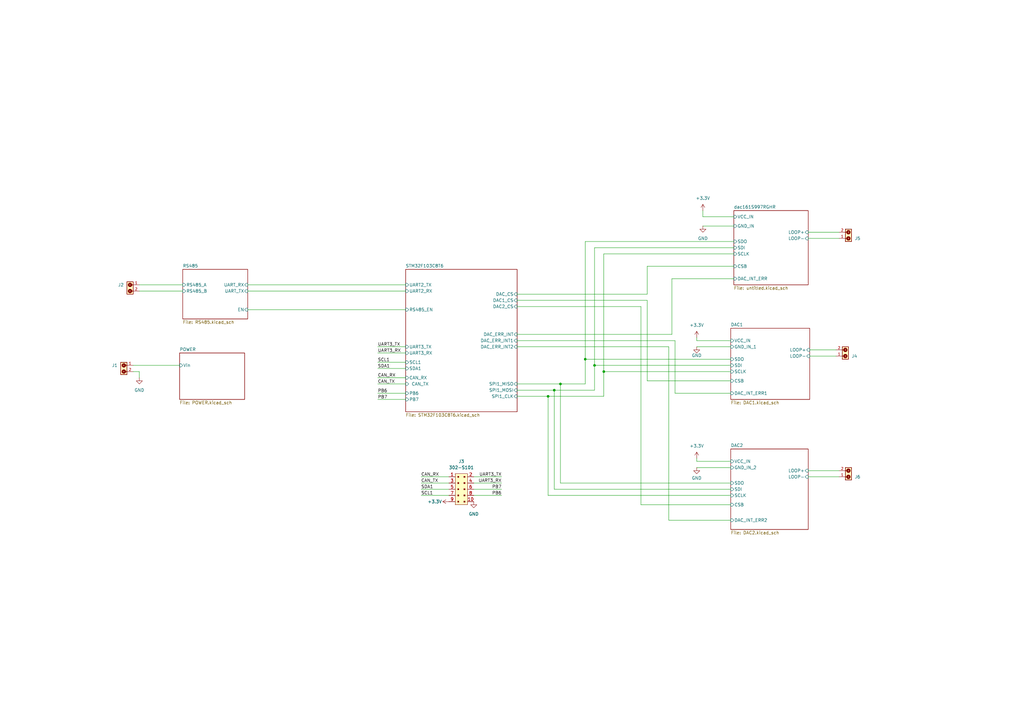
<source format=kicad_sch>
(kicad_sch (version 20231120) (generator "eeschema") (generator_version "8.0")
  (paper "A3")
  (title_block (company "Hidro Elektronik"))
  (lib_symbols
    (symbol "691322310002:691322310002" (pin_names (offset 1.016))
      (property "Reference" "J" (at -4.99 -1.205 0))
      (symbol "691322310002_0_0"
        (rectangle (start -3.81 -2.54) (end 1.27 0) (stroke (width 0.254)) (fill (type background)))
        (circle (center -2.54 -1.27) (radius 0.254) (stroke (width 0.635)))
        (circle (center 0 -1.27) (radius 0.254) (stroke (width 0.635)))
        (polyline (pts (xy -2.54 -1.27) (xy -2.54 -2.54)) (stroke (width 0.254)))
        (polyline (pts (xy 0 -1.27) (xy 0 -2.54)) (stroke (width 0.254)))
        (pin passive line (at -2.54 -5.08 90) (length 2.54) (name "~") (number "1"))
        (pin passive line (at 0 -5.08 90) (length 2.54) (name "~") (number "2"))
      )
    )
    (symbol "dk_Rectangular-Connectors-Headers-Male-Pins:302-S101" (pin_names (offset 1.016))
      (property "Reference" "J" (at -2.54 7.62 0))
      (property "Value" "302-S101" (at 0 -7.62 0))
      (symbol "302-S101_1_1"
        (rectangle (start -2.54 6.35) (end 2.54 -6.35) (fill (type background)))
        (rectangle (start -1.524 -4.826) (end -1.016 -5.334) (fill (type outline)))
        (rectangle (start -1.524 -2.286) (end -1.016 -2.794) (fill (type outline)))
        (rectangle (start -1.524 0.254) (end -1.016 -0.254) (fill (type outline)))
        (rectangle (start -1.524 2.794) (end -1.016 2.286) (fill (type outline)))
        (rectangle (start -1.524 5.334) (end -1.016 4.826) (fill (type outline)))
        (rectangle (start 1.016 -4.826) (end 1.524 -5.334) (fill (type outline)))
        (rectangle (start 1.016 -2.286) (end 1.524 -2.794) (fill (type outline)))
        (rectangle (start 1.016 0.254) (end 1.524 -0.254) (fill (type outline)))
        (rectangle (start 1.016 2.794) (end 1.524 2.286) (fill (type outline)))
        (rectangle (start 1.016 5.334) (end 1.524 4.826) (fill (type outline)))
        (pin passive line (at -5.08 5.08 0) (length 2.54) (name "~") (number "1"))
        (pin passive line (at 5.08 -5.08 180) (length 2.54) (name "~") (number "10"))
        (pin passive line (at 5.08 5.08 180) (length 2.54) (name "~") (number "2"))
        (pin passive line (at -5.08 2.54 0) (length 2.54) (name "~") (number "3"))
        (pin passive line (at 5.08 2.54 180) (length 2.54) (name "~") (number "4"))
        (pin passive line (at -5.08 0 0) (length 2.54) (name "~") (number "5"))
        (pin passive line (at 5.08 0 180) (length 2.54) (name "~") (number "6"))
        (pin passive line (at -5.08 -2.54 0) (length 2.54) (name "~") (number "7"))
        (pin passive line (at 5.08 -2.54 180) (length 2.54) (name "~") (number "8"))
        (pin passive line (at -5.08 -5.08 0) (length 2.54) (name "~") (number "9"))
      )
    )
    (symbol "power:+3.3V" (power) (pin_numbers hide) (pin_names (offset 0) hide)
      (property "Value" "+3.3V" (at 0 3.556 0))
      (symbol "+3.3V_0_1"
        (polyline (pts (xy -0.762 1.27) (xy 0 2.54)))
        (polyline (pts (xy 0 0) (xy 0 2.54)))
        (polyline (pts (xy 0 2.54) (xy 0.762 1.27)))
      )
      (symbol "+3.3V_1_1"
        (pin power_in line (at 0 0 90) (length 0) (name "~") (number "1"))
      )
    )
    (symbol "power:GND" (power) (pin_numbers hide) (pin_names (offset 0) hide)
      (property "Value" "GND" (at 0 -3.81 0))
      (symbol "GND_0_1"
        (polyline (pts (xy 0 0) (xy 0 -1.27) (xy 1.27 -1.27) (xy 0 -2.54) (xy -1.27 -1.27) (xy 0 -1.27)))
      )
      (symbol "GND_1_1"
        (pin power_in line (at 0 0 270) (length 0) (name "~") (number "1"))
      )
    )
  )
  (junction (at 243.84 149.86))
  (junction (at 227.33 160.02))
  (junction (at 247.65 152.4))
  (junction (at 224.79 162.56))
  (junction (at 229.87 157.48))
  (junction (at 240.03 147.32))
  (wire (pts (xy 288.29 86.36) (xy 288.29 88.9)))
  (wire (pts (xy 243.84 149.86) (xy 299.72 149.86)))
  (wire (pts (xy 57.15 152.4) (xy 54.61 152.4)))
  (wire (pts (xy 332.105 146.05) (xy 342.9 146.05)))
  (wire (pts (xy 229.87 157.48) (xy 212.09 157.48)))
  (wire (pts (xy 275.59 114.3) (xy 275.59 137.16)))
  (wire (pts (xy 247.65 104.14) (xy 247.65 152.4)))
  (wire (pts (xy 288.29 92.71) (xy 300.99 92.71)))
  (wire (pts (xy 247.65 152.4) (xy 247.65 162.56)))
  (wire (pts (xy 243.84 101.6) (xy 243.84 149.86)))
  (wire (pts (xy 240.03 99.06) (xy 240.03 147.32)))
  (wire (pts (xy 299.72 198.12) (xy 229.87 198.12)))
  (wire (pts (xy 247.65 152.4) (xy 299.72 152.4)))
  (wire (pts (xy 331.47 97.79) (xy 344.17 97.79)))
  (wire (pts (xy 212.09 123.19) (xy 265.43 123.19)))
  (wire (pts (xy 265.43 156.21) (xy 299.72 156.21)))
  (wire (pts (xy 212.09 142.24) (xy 274.32 142.24)))
  (wire (pts (xy 274.32 142.24) (xy 274.32 213.36)))
  (wire (pts (xy 331.47 195.58) (xy 344.17 195.58)))
  (wire (pts (xy 299.72 200.66) (xy 227.33 200.66)))
  (wire (pts (xy 240.03 147.32) (xy 240.03 157.48)))
  (wire (pts (xy 285.75 138.43) (xy 285.75 139.7)))
  (wire (pts (xy 300.99 101.6) (xy 243.84 101.6)))
  (wire (pts (xy 154.94 161.29) (xy 166.37 161.29)))
  (wire (pts (xy 154.94 151.13) (xy 166.37 151.13)))
  (wire (pts (xy 265.43 120.65) (xy 265.43 109.22)))
  (wire (pts (xy 57.15 116.84) (xy 74.93 116.84)))
  (wire (pts (xy 227.33 200.66) (xy 227.33 160.02)))
  (wire (pts (xy 243.84 160.02) (xy 227.33 160.02)))
  (wire (pts (xy 205.74 200.66) (xy 194.31 200.66)))
  (wire (pts (xy 300.99 114.3) (xy 275.59 114.3)))
  (wire (pts (xy 240.03 147.32) (xy 299.72 147.32)))
  (wire (pts (xy 285.75 139.7) (xy 299.72 139.7)))
  (wire (pts (xy 265.43 123.19) (xy 265.43 156.21)))
  (wire (pts (xy 262.89 125.73) (xy 262.89 207.01)))
  (wire (pts (xy 262.89 207.01) (xy 299.72 207.01)))
  (wire (pts (xy 154.94 163.83) (xy 166.37 163.83)))
  (wire (pts (xy 274.32 213.36) (xy 299.72 213.36)))
  (wire (pts (xy 243.84 149.86) (xy 243.84 160.02)))
  (wire (pts (xy 331.47 193.04) (xy 344.17 193.04)))
  (wire (pts (xy 154.94 148.59) (xy 166.37 148.59)))
  (wire (pts (xy 172.72 198.12) (xy 184.15 198.12)))
  (wire (pts (xy 57.15 119.38) (xy 74.93 119.38)))
  (wire (pts (xy 101.6 119.38) (xy 166.37 119.38)))
  (wire (pts (xy 227.33 160.02) (xy 212.09 160.02)))
  (wire (pts (xy 276.86 139.7) (xy 276.86 161.29)))
  (wire (pts (xy 54.61 149.86) (xy 73.66 149.86)))
  (wire (pts (xy 288.29 88.9) (xy 300.99 88.9)))
  (wire (pts (xy 101.6 116.84) (xy 166.37 116.84)))
  (wire (pts (xy 331.47 95.25) (xy 344.17 95.25)))
  (wire (pts (xy 224.79 162.56) (xy 212.09 162.56)))
  (wire (pts (xy 154.94 157.48) (xy 166.37 157.48)))
  (wire (pts (xy 212.09 139.7) (xy 276.86 139.7)))
  (wire (pts (xy 300.99 99.06) (xy 240.03 99.06)))
  (wire (pts (xy 101.6 127) (xy 166.37 127)))
  (wire (pts (xy 265.43 109.22) (xy 300.99 109.22)))
  (wire (pts (xy 212.09 125.73) (xy 262.89 125.73)))
  (wire (pts (xy 205.74 195.58) (xy 194.31 195.58)))
  (wire (pts (xy 229.87 198.12) (xy 229.87 157.48)))
  (wire (pts (xy 172.72 203.2) (xy 184.15 203.2)))
  (wire (pts (xy 285.75 191.77) (xy 299.72 191.77)))
  (wire (pts (xy 205.74 203.2) (xy 194.31 203.2)))
  (wire (pts (xy 285.75 187.96) (xy 285.75 189.23)))
  (wire (pts (xy 299.72 203.2) (xy 224.79 203.2)))
  (wire (pts (xy 275.59 137.16) (xy 212.09 137.16)))
  (wire (pts (xy 285.75 189.23) (xy 299.72 189.23)))
  (wire (pts (xy 240.03 157.48) (xy 229.87 157.48)))
  (wire (pts (xy 154.94 154.94) (xy 166.37 154.94)))
  (wire (pts (xy 276.86 161.29) (xy 299.72 161.29)))
  (wire (pts (xy 247.65 104.14) (xy 300.99 104.14)))
  (wire (pts (xy 224.79 203.2) (xy 224.79 162.56)))
  (wire (pts (xy 247.65 162.56) (xy 224.79 162.56)))
  (wire (pts (xy 57.15 154.94) (xy 57.15 152.4)))
  (wire (pts (xy 172.72 195.58) (xy 184.15 195.58)))
  (wire (pts (xy 212.09 120.65) (xy 265.43 120.65)))
  (wire (pts (xy 332.105 143.51) (xy 342.9 143.51)))
  (wire (pts (xy 205.74 198.12) (xy 194.31 198.12)))
  (wire (pts (xy 172.72 200.66) (xy 184.15 200.66)))
  (wire (pts (xy 285.75 142.24) (xy 299.72 142.24)))
  (wire (pts (xy 154.94 144.78) (xy 166.37 144.78)))
  (wire (pts (xy 154.94 142.24) (xy 166.37 142.24)))
  (label "UART3_RX" (at 154.94 144.78 0))
  (label "CAN_TX" (at 154.94 157.48 0))
  (label "UART3_TX" (at 154.94 142.24 0))
  (label "PB7" (at 154.94 163.83 0))
  (label "CAN_RX" (at 172.72 195.58 0))
  (label "UART3_RX" (at 205.74 198.12 180))
  (label "SCL1" (at 172.72 203.2 0))
  (label "PB6" (at 154.94 161.29 0))
  (label "SCL1" (at 154.94 148.59 0))
  (label "SDA1" (at 154.94 151.13 0))
  (label "PB7" (at 205.74 200.66 180))
  (label "UART3_TX" (at 205.74 195.58 180))
  (label "PB6" (at 205.74 203.2 180))
  (label "CAN_TX" (at 172.72 198.12 0))
  (label "SDA1" (at 172.72 200.66 0))
  (label "CAN_RX" (at 154.94 154.94 0))
  (symbol (lib_id "691322310002:691322310002") (at 52.07 119.38 90) (mirror x) (unit 1)
    (property "Reference" "J2" (at 50.8 116.8399 90) (effects (justify left)))
    (property "Value" "691322310002" (effects (hide yes)))
    (property "Footprint" "mergened_footprints:691322310002" (effects (hide yes)))
    (property "MOUNT" "THT" (effects (hide yes)))
    (property "IR-VDE" "10.5A" (effects (hide yes)))
    (property "IR-UL" "10A" (effects (hide yes)))
    (property "VALUE" "691322310002" (effects (hide yes)))
    (property "WORKING-VOLTAGE-UL" "300V (AC)" (effects (hide yes)))
    (property "PART-NUMBER" "691322310002" (effects (hide yes)))
    (property "DATASHEET-URL" "https://www.we-online.com/redexpert/spec/691322310002?ae" (effects (hide yes)))
    (property "PITCH" "3.81mm" (effects (hide yes)))
    (property "PINS" "2" (effects (hide yes)))
    (property "WORKING-VOLTAGE-VDE" "300V (AC)" (effects (hide yes)))
    (property "TYPE" "Horizontal" (effects (hide yes)))
    (property "DigiKey" "  732-2088-ND" (effects (hide yes)))
  )
  (symbol (lib_id "power:+3.3V") (at 285.75 187.96 0) (unit 1)
    (property "Reference" "#PWR06" (effects (hide yes)))
    (property "Value" "+3.3V" (at 285.75 182.88 0))
    (property "Description" "Power symbol creates a global label with name \"+3.3V\"" (effects (hide yes)))
  )
  (symbol (lib_id "power:GND") (at 194.31 205.74 0) (unit 1)
    (property "Reference" "#PWR03" (effects (hide yes)))
    (property "Value" "GND" (at 194.31 210.82 0))
    (property "Description" "Power symbol creates a global label with name \"GND\" , ground" (effects (hide yes)))
  )
  (symbol (lib_id "power:GND") (at 285.75 142.24 0) (unit 1)
    (property "Reference" "#PWR05" (effects (hide yes)))
    (property "Value" "GND" (at 285.75 145.796 0))
    (property "Description" "Power symbol creates a global label with name \"GND\" , ground" (effects (hide yes)))
  )
  (symbol (lib_id "power:GND") (at 57.15 154.94 0) (unit 1)
    (property "Reference" "#PWR01" (effects (hide yes)))
    (property "Value" "GND" (at 57.15 160.02 0))
    (property "Description" "Power symbol creates a global label with name \"GND\" , ground" (effects (hide yes)))
  )
  (symbol (lib_id "691322310002:691322310002") (at 349.25 193.04 270) (mirror x) (unit 1)
    (property "Reference" "J6" (at 350.52 195.5801 90) (effects (justify left)))
    (property "Value" "691322310002" (effects (hide yes)))
    (property "Footprint" "mergened_footprints:691322310002" (effects (hide yes)))
    (property "MOUNT" "THT" (effects (hide yes)))
    (property "IR-VDE" "10.5A" (effects (hide yes)))
    (property "IR-UL" "10A" (effects (hide yes)))
    (property "VALUE" "691322310002" (effects (hide yes)))
    (property "WORKING-VOLTAGE-UL" "300V (AC)" (effects (hide yes)))
    (property "PART-NUMBER" "691322310002" (effects (hide yes)))
    (property "DATASHEET-URL" "https://www.we-online.com/redexpert/spec/691322310002?ae" (effects (hide yes)))
    (property "PITCH" "3.81mm" (effects (hide yes)))
    (property "PINS" "2" (effects (hide yes)))
    (property "WORKING-VOLTAGE-VDE" "300V (AC)" (effects (hide yes)))
    (property "TYPE" "Horizontal" (effects (hide yes)))
    (property "DigiKey" "  732-2088-ND" (effects (hide yes)))
  )
  (symbol (lib_id "power:+3.3V") (at 288.29 86.36 0) (unit 1)
    (property "Reference" "#PWR08" (effects (hide yes)))
    (property "Value" "+3.3V" (at 288.29 81.28 0))
    (property "Description" "Power symbol creates a global label with name \"+3.3V\"" (effects (hide yes)))
  )
  (symbol (lib_id "691322310002:691322310002") (at 347.98 143.51 270) (mirror x) (unit 1)
    (property "Reference" "J4" (at 349.25 146.0501 90) (effects (justify left)))
    (property "Value" "691322310002" (effects (hide yes)))
    (property "Footprint" "mergened_footprints:691322310002" (effects (hide yes)))
    (property "MOUNT" "THT" (effects (hide yes)))
    (property "IR-VDE" "10.5A" (effects (hide yes)))
    (property "IR-UL" "10A" (effects (hide yes)))
    (property "VALUE" "691322310002" (effects (hide yes)))
    (property "WORKING-VOLTAGE-UL" "300V (AC)" (effects (hide yes)))
    (property "PART-NUMBER" "691322310002" (effects (hide yes)))
    (property "DATASHEET-URL" "https://www.we-online.com/redexpert/spec/691322310002?ae" (effects (hide yes)))
    (property "PITCH" "3.81mm" (effects (hide yes)))
    (property "PINS" "2" (effects (hide yes)))
    (property "WORKING-VOLTAGE-VDE" "300V (AC)" (effects (hide yes)))
    (property "TYPE" "Horizontal" (effects (hide yes)))
    (property "DigiKey" "  732-2088-ND" (effects (hide yes)))
  )
  (symbol (lib_id "dk_Rectangular-Connectors-Headers-Male-Pins:302-S101") (at 189.23 200.66 0) (unit 1)
    (property "Reference" "J3" (at 189.23 189.23 0))
    (property "Value" "302-S101" (at 189.23 191.77 0))
    (property "Footprint" "digikey-footprints:PinHeader_2x5_P2.54mm_Drill1.2mm" (effects (hide yes)))
    (property "Datasheet" "http://www.on-shore.com/wp-content/uploads/2018/04/302-SXX1.pdf" (effects (hide yes)))
    (property "Description" "CONN HEADER VERT 10POS 2.54MM" (effects (hide yes)))
    (property "DigiKey" "ED1543-ND" (effects (hide yes)))
    (property "MPN" "302-S101" (effects (hide yes)))
    (property "Category" "Connectors, Interconnects" (effects (hide yes)))
    (property "Family" "Rectangular Connectors - Headers, Male Pins" (effects (hide yes)))
    (property "DK_Datasheet_Link" "http://www.on-shore.com/wp-content/uploads/2018/04/302-SXX1.pdf" (effects (hide yes)))
    (property "DK_Detail_Page" "/product-detail/en/on-shore-technology-inc/302-S101/ED1543-ND/2178422" (effects (hide yes)))
    (property "Description_1" "CONN HEADER VERT 10POS 2.54MM" (effects (hide yes)))
    (property "Manufacturer" "On Shore Technology Inc." (effects (hide yes)))
    (property "Status" "Active" (effects (hide yes)))
  )
  (symbol (lib_id "power:GND") (at 288.29 92.71 0) (unit 1)
    (property "Reference" "#PWR09" (effects (hide yes)))
    (property "Value" "GND" (at 288.29 97.79 0))
    (property "Description" "Power symbol creates a global label with name \"GND\" , ground" (effects (hide yes)))
  )
  (symbol (lib_id "power:+3.3V") (at 184.15 205.74 90) (unit 1)
    (property "Reference" "#PWR02" (effects (hide yes)))
    (property "Value" "+3.3V" (at 178.308 205.74 90))
  )
  (symbol (lib_id "691322310002:691322310002") (at 349.25 95.25 270) (mirror x) (unit 1)
    (property "Reference" "J5" (at 350.52 97.7901 90) (effects (justify left)))
    (property "Value" "691322310002" (effects (hide yes)))
    (property "Footprint" "mergened_footprints:691322310002" (effects (hide yes)))
    (property "MOUNT" "THT" (effects (hide yes)))
    (property "IR-VDE" "10.5A" (effects (hide yes)))
    (property "IR-UL" "10A" (effects (hide yes)))
    (property "VALUE" "691322310002" (effects (hide yes)))
    (property "WORKING-VOLTAGE-UL" "300V (AC)" (effects (hide yes)))
    (property "PART-NUMBER" "691322310002" (effects (hide yes)))
    (property "DATASHEET-URL" "https://www.we-online.com/redexpert/spec/691322310002?ae" (effects (hide yes)))
    (property "PITCH" "3.81mm" (effects (hide yes)))
    (property "PINS" "2" (effects (hide yes)))
    (property "WORKING-VOLTAGE-VDE" "300V (AC)" (effects (hide yes)))
    (property "TYPE" "Horizontal" (effects (hide yes)))
    (property "DigiKey" "  732-2088-ND" (effects (hide yes)))
  )
  (symbol (lib_id "power:GND") (at 285.75 191.77 0) (unit 1)
    (property "Reference" "#PWR07" (effects (hide yes)))
    (property "Value" "GND" (at 285.75 196.088 0))
    (property "Description" "Power symbol creates a global label with name \"GND\" , ground" (effects (hide yes)))
  )
  (symbol (lib_id "power:+3.3V") (at 285.75 138.43 0) (unit 1)
    (property "Reference" "#PWR04" (effects (hide yes)))
    (property "Value" "+3.3V" (at 285.75 133.35 0))
    (property "Description" "Power symbol creates a global label with name \"+3.3V\"" (effects (hide yes)))
  )
  (symbol (lib_id "691322310002:691322310002") (at 49.53 152.4 90) (mirror x) (unit 1)
    (property "Reference" "J1" (at 48.26 149.8599 90) (effects (justify left)))
    (property "Value" "691322310002" (effects (hide yes)))
    (property "Footprint" "mergened_footprints:691322310002" (effects (hide yes)))
    (property "MOUNT" "THT" (effects (hide yes)))
    (property "IR-VDE" "10.5A" (effects (hide yes)))
    (property "IR-UL" "10A" (effects (hide yes)))
    (property "VALUE" "691322310002" (effects (hide yes)))
    (property "WORKING-VOLTAGE-UL" "300V (AC)" (effects (hide yes)))
    (property "PART-NUMBER" "691322310002" (effects (hide yes)))
    (property "DATASHEET-URL" "https://www.we-online.com/redexpert/spec/691322310002?ae" (effects (hide yes)))
    (property "PITCH" "3.81mm" (effects (hide yes)))
    (property "PINS" "2" (effects (hide yes)))
    (property "WORKING-VOLTAGE-VDE" "300V (AC)" (effects (hide yes)))
    (property "TYPE" "Horizontal" (effects (hide yes)))
    (property "DigiKey" "  732-2088-ND" (effects (hide yes)))
  )
  (sheet (at 299.72 184.15) (size 31.75 33.02) (stroke (width 0.1524))
    (property "Sheetname" "DAC2" (at 299.72 183.4384 0) (effects (justify left bottom)))
    (property "Sheetfile" "DAC2.kicad_sch" (at 299.72 217.7546 0) (effects (justify left top)))
    (pin "LOOP+" input (at 331.47 193.04 0))
    (pin "LOOP-" input (at 331.47 195.58 0))
    (pin "VCC_IN" input (at 299.72 189.23 180))
    (pin "CSB" input (at 299.72 207.01 180))
    (pin "SCLK" input (at 299.72 203.2 180))
    (pin "SDO" input (at 299.72 198.12 180))
    (pin "SDI" input (at 299.72 200.66 180))
    (pin "DAC_INT_ERR2" input (at 299.72 213.36 180))
    (pin "GND_IN_2" input (at 299.72 191.77 180))
  )
  (sheet (at 299.72 134.62) (size 32.385 29.21) (stroke (width 0.1524))
    (property "Sheetname" "DAC1" (at 299.72 133.9084 0) (effects (justify left bottom)))
    (property "Sheetfile" "DAC1.kicad_sch" (at 299.72 164.4146 0) (effects (justify left top)))
    (pin "SDO" input (at 299.72 147.32 180))
    (pin "CSB" input (at 299.72 156.21 180))
    (pin "SCLK" input (at 299.72 152.4 180))
    (pin "LOOP+" input (at 332.105 143.51 0))
    (pin "LOOP-" input (at 332.105 146.05 0))
    (pin "VCC_IN" input (at 299.72 139.7 180))
    (pin "SDI" input (at 299.72 149.86 180))
    (pin "DAC_INT_ERR1" input (at 299.72 161.29 180))
    (pin "GND_IN_1" input (at 299.72 142.24 180))
  )
  (sheet (at 74.93 110.49) (size 26.67 20.32) (stroke (width 0.1524))
    (property "Sheetname" "RS485" (at 74.93 109.7784 0) (effects (justify left bottom)))
    (property "Sheetfile" "RS485.kicad_sch" (at 74.93 131.3946 0) (effects (justify left top)))
    (pin "UART_RX" input (at 101.6 116.84 0))
    (pin "EN" input (at 101.6 127 0))
    (pin "UART_TX" input (at 101.6 119.38 0))
    (pin "RS485_A" input (at 74.93 116.84 180))
    (pin "RS485_B" input (at 74.93 119.38 180))
  )
  (sheet (at 300.99 86.36) (size 30.48 30.48) (stroke (width 0.1524))
    (property "Sheetname" "dac161S997RGHR" (at 300.99 85.6484 0) (effects (justify left bottom)))
    (property "Sheetfile" "untitled.kicad_sch" (at 300.99 117.4246 0) (effects (justify left top)))
    (pin "LOOP+" input (at 331.47 95.25 0))
    (pin "LOOP-" input (at 331.47 97.79 0))
    (pin "VCC_IN" input (at 300.99 88.9 180))
    (pin "SDO" input (at 300.99 99.06 180))
    (pin "CSB" input (at 300.99 109.22 180))
    (pin "SCLK" input (at 300.99 104.14 180))
    (pin "SDI" input (at 300.99 101.6 180))
    (pin "DAC_INT_ERR" input (at 300.99 114.3 180))
    (pin "GND_IN" input (at 300.99 92.71 180))
  )
  (sheet (at 73.66 144.78) (size 26.67 19.05) (stroke (width 0.1524))
    (property "Sheetname" "POWER" (at 73.66 144.0684 0) (effects (justify left bottom)))
    (property "Sheetfile" "POWER.kicad_sch" (at 73.66 164.4146 0) (effects (justify left top)))
    (pin "Vin" input (at 73.66 149.86 180))
  )
  (sheet (at 166.37 110.49) (size 45.72 58.42) (stroke (width 0.1524))
    (property "Sheetname" "STM32F103C8T6" (at 166.37 109.7784 0) (effects (justify left bottom)))
    (property "Sheetfile" "STM32F103C8T6.kicad_sch" (at 166.37 169.4946 0) (effects (justify left top)))
    (pin "SPI1_MOSI" input (at 212.09 160.02 0))
    (pin "SPI1_MISO" input (at 212.09 157.48 0))
    (pin "SPI1_CLK" input (at 212.09 162.56 0))
    (pin "DAC2_CS" input (at 212.09 125.73 0))
    (pin "DAC_CS" input (at 212.09 120.65 0))
    (pin "DAC1_CS" input (at 212.09 123.19 0))
    (pin "RS485_EN" input (at 166.37 127 180))
    (pin "DAC_ERR_INT" input (at 212.09 137.16 0))
    (pin "DAC_ERR_INT2" input (at 212.09 142.24 0))
    (pin "DAC_ERR_INT1" input (at 212.09 139.7 0))
    (pin "UART3_TX" input (at 166.37 142.24 180))
    (pin "UART3_RX" input (at 166.37 144.78 180))
    (pin "SCL1" input (at 166.37 148.59 180))
    (pin "SDA1" input (at 166.37 151.13 180))
    (pin "UART2_RX" input (at 166.37 119.38 180))
    (pin "UART2_TX" input (at 166.37 116.84 180))
    (pin "CAN_RX" input (at 166.37 154.94 180))
    (pin " CAN_TX" input (at 166.37 157.48 180))
    (pin "PB6" input (at 166.37 161.29 180))
    (pin "PB7" input (at 166.37 163.83 180))
  )
)
</source>
